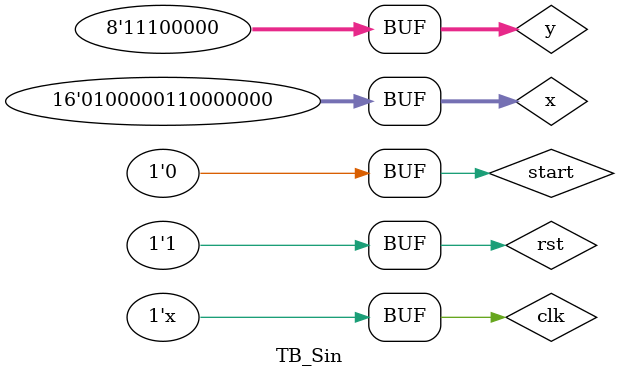
<source format=v>
`timescale 1 ps/ 1 ps

module TB_Sin();
  
  reg	clk=0,rst,start;
  reg[15:0] x;
  reg[7:0] y;
  wire ready;
  wire[15:0] w;
  
  sin S1(ready,clk,rst,x,y,start,w);
  
  always #(20) clk=~clk;
  
  initial begin 
    rst=0;start=0;x=00000011_10000000;y=0_1100000;
    #27 start=1;
    #27 start=0;
    #297 rst=1;
  end
endmodule

</source>
